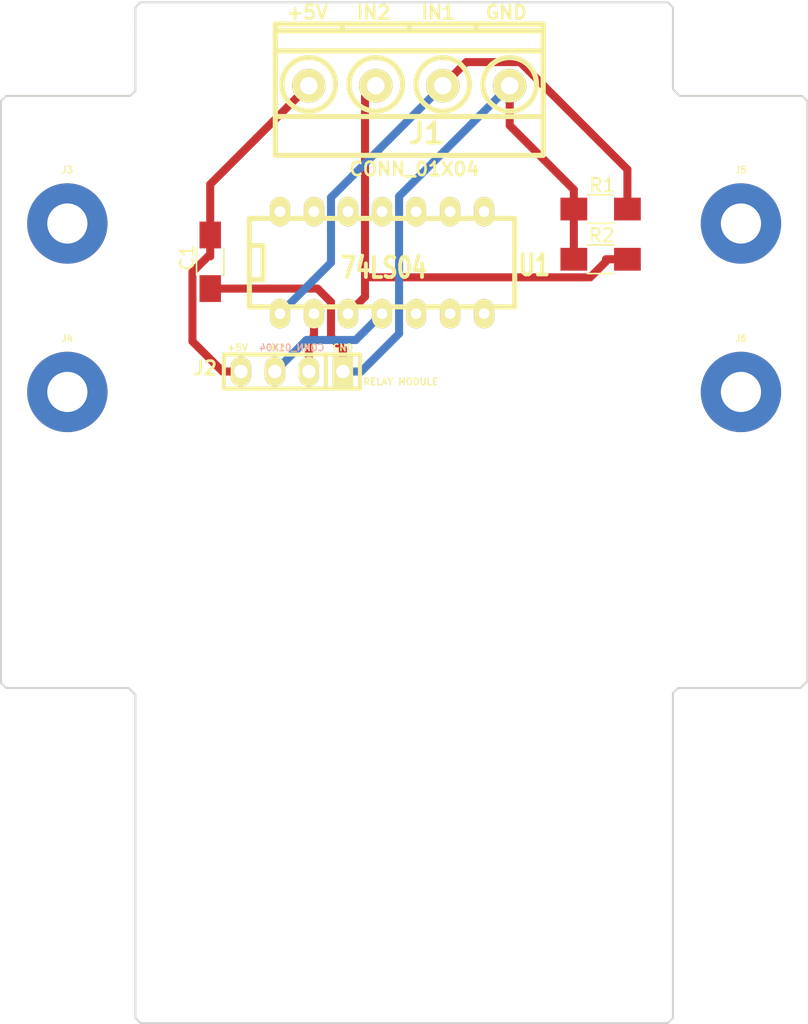
<source format=kicad_pcb>
(kicad_pcb (version 20171130) (host pcbnew "(5.0.0)")

  (general
    (thickness 1.6)
    (drawings 69)
    (tracks 42)
    (zones 0)
    (modules 10)
    (nets 7)
  )

  (page A4)
  (layers
    (0 F.Cu signal)
    (31 B.Cu signal)
    (32 B.Adhes user)
    (33 F.Adhes user)
    (34 B.Paste user)
    (35 F.Paste user)
    (36 B.SilkS user)
    (37 F.SilkS user)
    (38 B.Mask user)
    (39 F.Mask user)
    (40 Dwgs.User user hide)
    (41 Cmts.User user)
    (42 Eco1.User user)
    (43 Eco2.User user)
    (44 Edge.Cuts user)
    (45 Margin user)
    (46 B.CrtYd user)
    (47 F.CrtYd user)
    (48 B.Fab user)
    (49 F.Fab user)
  )

  (setup
    (last_trace_width 0.6)
    (trace_clearance 0.2)
    (zone_clearance 0.508)
    (zone_45_only yes)
    (trace_min 0.2)
    (segment_width 0.2)
    (edge_width 0.15)
    (via_size 0.6)
    (via_drill 0.4)
    (via_min_size 0.4)
    (via_min_drill 0.3)
    (uvia_size 0.3)
    (uvia_drill 0.1)
    (uvias_allowed no)
    (uvia_min_size 0.2)
    (uvia_min_drill 0.1)
    (pcb_text_width 0.3)
    (pcb_text_size 1.5 1.5)
    (mod_edge_width 0.15)
    (mod_text_size 1 1)
    (mod_text_width 0.15)
    (pad_size 1.524 1.524)
    (pad_drill 0.762)
    (pad_to_mask_clearance 0.2)
    (aux_axis_origin 0 0)
    (visible_elements 7FFFFFFF)
    (pcbplotparams
      (layerselection 0x00030_80000001)
      (usegerberextensions false)
      (usegerberattributes false)
      (usegerberadvancedattributes false)
      (creategerberjobfile false)
      (excludeedgelayer true)
      (linewidth 0.100000)
      (plotframeref false)
      (viasonmask false)
      (mode 1)
      (useauxorigin false)
      (hpglpennumber 1)
      (hpglpenspeed 20)
      (hpglpendiameter 15.000000)
      (psnegative false)
      (psa4output false)
      (plotreference true)
      (plotvalue true)
      (plotinvisibletext false)
      (padsonsilk false)
      (subtractmaskfromsilk false)
      (outputformat 1)
      (mirror false)
      (drillshape 1)
      (scaleselection 1)
      (outputdirectory ""))
  )

  (net 0 "")
  (net 1 +5V)
  (net 2 GND)
  (net 3 "Net-(J1-Pad3)")
  (net 4 "Net-(J1-Pad2)")
  (net 5 "Net-(J2-Pad2)")
  (net 6 "Net-(J2-Pad3)")

  (net_class Default "Esta es la clase de red por defecto."
    (clearance 0.2)
    (trace_width 0.6)
    (via_dia 0.6)
    (via_drill 0.4)
    (uvia_dia 0.3)
    (uvia_drill 0.1)
    (add_net +5V)
    (add_net GND)
    (add_net "Net-(J1-Pad2)")
    (add_net "Net-(J1-Pad3)")
    (add_net "Net-(J2-Pad2)")
    (add_net "Net-(J2-Pad3)")
  )

  (module w_pin_strip:pin_socket_4 (layer F.Cu) (tedit 5B3EA476) (tstamp 5B3E7D29)
    (at 130.683 97.917 180)
    (descr "Pin socket 4pin")
    (tags "CONN DEV")
    (path /5B3E4C01)
    (fp_text reference J2 (at 6.477 0.254 180) (layer F.SilkS)
      (effects (font (size 1.016 1.016) (thickness 0.2032)))
    )
    (fp_text value CONN_01X04 (at 0 1.778 180) (layer B.SilkS)
      (effects (font (size 0.5 0.5) (thickness 0.1)) (justify mirror))
    )
    (fp_line (start -2.54 -1.27) (end -2.54 1.27) (layer F.SilkS) (width 0.3048))
    (fp_line (start 5.08 1.27) (end -5.08 1.27) (layer F.SilkS) (width 0.3048))
    (fp_line (start -5.08 -1.27) (end 5.08 -1.27) (layer F.SilkS) (width 0.3048))
    (fp_line (start -5.08 1.27) (end -5.08 -1.27) (layer F.SilkS) (width 0.3048))
    (fp_line (start 5.08 -1.27) (end 5.08 1.27) (layer F.SilkS) (width 0.3048))
    (pad 1 thru_hole rect (at -3.81 0 180) (size 1.524 2.19964) (drill 1.00076) (layers *.Cu *.Mask F.SilkS)
      (net 2 GND))
    (pad 2 thru_hole oval (at -1.27 0 180) (size 1.524 2.19964) (drill 1.00076) (layers *.Cu *.Mask F.SilkS)
      (net 5 "Net-(J2-Pad2)"))
    (pad 3 thru_hole oval (at 1.27 0 180) (size 1.524 2.19964) (drill 1.00076) (layers *.Cu *.Mask F.SilkS)
      (net 6 "Net-(J2-Pad3)"))
    (pad 4 thru_hole oval (at 3.81 0 180) (size 1.524 2.19964) (drill 1.00076) (layers *.Cu *.Mask F.SilkS)
      (net 1 +5V))
    (model walter/pin_strip/pin_socket_4.wrl
      (at (xyz 0 0 0))
      (scale (xyz 1 1 1))
      (rotate (xyz 0 0 0))
    )
  )

  (module Capacitors_SMD:C_1206_HandSoldering (layer F.Cu) (tedit 5B3E8F04) (tstamp 5B3E7D19)
    (at 124.587 89.7255 270)
    (descr "Capacitor SMD 1206, hand soldering")
    (tags "capacitor 1206")
    (path /5B3E4EDC)
    (attr smd)
    (fp_text reference C1 (at -0.3175 1.7145 270) (layer F.SilkS)
      (effects (font (size 1 1) (thickness 0.15)))
    )
    (fp_text value .01uF (at -5.461 0.381 270) (layer F.Fab)
      (effects (font (size 1 1) (thickness 0.15)))
    )
    (fp_text user %R (at 0 -1.75 270) (layer F.Fab)
      (effects (font (size 1 1) (thickness 0.15)))
    )
    (fp_line (start -1.6 0.8) (end -1.6 -0.8) (layer F.Fab) (width 0.1))
    (fp_line (start 1.6 0.8) (end -1.6 0.8) (layer F.Fab) (width 0.1))
    (fp_line (start 1.6 -0.8) (end 1.6 0.8) (layer F.Fab) (width 0.1))
    (fp_line (start -1.6 -0.8) (end 1.6 -0.8) (layer F.Fab) (width 0.1))
    (fp_line (start 1 -1.02) (end -1 -1.02) (layer F.SilkS) (width 0.12))
    (fp_line (start -1 1.02) (end 1 1.02) (layer F.SilkS) (width 0.12))
    (fp_line (start -3.25 -1.05) (end 3.25 -1.05) (layer F.CrtYd) (width 0.05))
    (fp_line (start -3.25 -1.05) (end -3.25 1.05) (layer F.CrtYd) (width 0.05))
    (fp_line (start 3.25 1.05) (end 3.25 -1.05) (layer F.CrtYd) (width 0.05))
    (fp_line (start 3.25 1.05) (end -3.25 1.05) (layer F.CrtYd) (width 0.05))
    (pad 1 smd rect (at -2 0 270) (size 2 1.6) (layers F.Cu F.Paste F.Mask)
      (net 1 +5V))
    (pad 2 smd rect (at 2 0 270) (size 2 1.6) (layers F.Cu F.Paste F.Mask)
      (net 2 GND))
    (model Capacitors_SMD.3dshapes/C_1206.wrl
      (at (xyz 0 0 0))
      (scale (xyz 1 1 1))
      (rotate (xyz 0 0 0))
    )
  )

  (module w_conn_mkds:mkds_1,5-4 (layer F.Cu) (tedit 5B3EA45F) (tstamp 5B3E7D21)
    (at 139.446 76.581 180)
    (descr "4-way 5mm pitch terminal block, Phoenix MKDS series")
    (path /5B3E6306)
    (fp_text reference J1 (at -1.27 -3.556 180) (layer F.SilkS)
      (effects (font (size 1.5 1.5) (thickness 0.3)))
    )
    (fp_text value CONN_01X04 (at -0.381 -6.223 180) (layer F.SilkS)
      (effects (font (size 1 1) (thickness 0.2)))
    )
    (fp_line (start 5 4.1) (end 5 4.6) (layer F.SilkS) (width 0.381))
    (fp_circle (center 7.5 0.1) (end 5.5 0.1) (layer F.SilkS) (width 0.381))
    (fp_circle (center 2.5 0.1) (end 0.5 0.1) (layer F.SilkS) (width 0.381))
    (fp_line (start 0 4.1) (end 0 4.6) (layer F.SilkS) (width 0.381))
    (fp_line (start -5 4.1) (end -5 4.6) (layer F.SilkS) (width 0.381))
    (fp_circle (center -2.5 0.1) (end -4.5 0.1) (layer F.SilkS) (width 0.381))
    (fp_circle (center -7.5 0.1) (end -5.5 0.1) (layer F.SilkS) (width 0.381))
    (fp_line (start -10 2.6) (end 10 2.6) (layer F.SilkS) (width 0.381))
    (fp_line (start -10 -2.3) (end 10 -2.3) (layer F.SilkS) (width 0.381))
    (fp_line (start -10 4.1) (end 10 4.1) (layer F.SilkS) (width 0.381))
    (fp_line (start -10 4.6) (end 10 4.6) (layer F.SilkS) (width 0.381))
    (fp_line (start 10 4.6) (end 10 -5.2) (layer F.SilkS) (width 0.381))
    (fp_line (start 10 -5.2) (end -10 -5.2) (layer F.SilkS) (width 0.381))
    (fp_line (start -10 -5.2) (end -10 4.6) (layer F.SilkS) (width 0.381))
    (pad 4 thru_hole circle (at 7.5 0 180) (size 2.5 2.5) (drill 1.3) (layers *.Cu *.Mask F.SilkS)
      (net 1 +5V))
    (pad 3 thru_hole circle (at 2.5 0 180) (size 2.5 2.5) (drill 1.3) (layers *.Cu *.Mask F.SilkS)
      (net 3 "Net-(J1-Pad3)"))
    (pad 1 thru_hole circle (at -7.5 0 180) (size 2.5 2.5) (drill 1.3) (layers *.Cu *.Mask F.SilkS)
      (net 2 GND))
    (pad 2 thru_hole circle (at -2.5 0 180) (size 2.5 2.5) (drill 1.3) (layers *.Cu *.Mask F.SilkS)
      (net 4 "Net-(J1-Pad2)"))
    (model walter/conn_mkds/mkds_1,5-4.wrl
      (at (xyz 0 0 0))
      (scale (xyz 1 1 1))
      (rotate (xyz 0 0 0))
    )
  )

  (module Resistors_SMD:R_1206_HandSoldering (layer F.Cu) (tedit 5B3E933C) (tstamp 5B3E7D2F)
    (at 153.734 85.7885 180)
    (descr "Resistor SMD 1206, hand soldering")
    (tags "resistor 1206")
    (path /5B3E4DBE)
    (attr smd)
    (fp_text reference R1 (at -0.127 1.778 180) (layer F.SilkS)
      (effects (font (size 1 1) (thickness 0.15)))
    )
    (fp_text value 1k (at -4.1275 0.0635 180) (layer F.Fab)
      (effects (font (size 1 1) (thickness 0.15)))
    )
    (fp_text user %R (at 0 0 180) (layer F.Fab)
      (effects (font (size 0.7 0.7) (thickness 0.105)))
    )
    (fp_line (start -1.6 0.8) (end -1.6 -0.8) (layer F.Fab) (width 0.1))
    (fp_line (start 1.6 0.8) (end -1.6 0.8) (layer F.Fab) (width 0.1))
    (fp_line (start 1.6 -0.8) (end 1.6 0.8) (layer F.Fab) (width 0.1))
    (fp_line (start -1.6 -0.8) (end 1.6 -0.8) (layer F.Fab) (width 0.1))
    (fp_line (start 1 1.07) (end -1 1.07) (layer F.SilkS) (width 0.12))
    (fp_line (start -1 -1.07) (end 1 -1.07) (layer F.SilkS) (width 0.12))
    (fp_line (start -3.25 -1.11) (end 3.25 -1.11) (layer F.CrtYd) (width 0.05))
    (fp_line (start -3.25 -1.11) (end -3.25 1.1) (layer F.CrtYd) (width 0.05))
    (fp_line (start 3.25 1.1) (end 3.25 -1.11) (layer F.CrtYd) (width 0.05))
    (fp_line (start 3.25 1.1) (end -3.25 1.1) (layer F.CrtYd) (width 0.05))
    (pad 1 smd rect (at -2 0 180) (size 2 1.7) (layers F.Cu F.Paste F.Mask)
      (net 4 "Net-(J1-Pad2)"))
    (pad 2 smd rect (at 2 0 180) (size 2 1.7) (layers F.Cu F.Paste F.Mask)
      (net 2 GND))
    (model ${KISYS3DMOD}/Resistors_SMD.3dshapes/R_1206.wrl
      (at (xyz 0 0 0))
      (scale (xyz 1 1 1))
      (rotate (xyz 0 0 0))
    )
  )

  (module Resistors_SMD:R_1206_HandSoldering (layer F.Cu) (tedit 5B3E933F) (tstamp 5B3E7D35)
    (at 153.734 89.535 180)
    (descr "Resistor SMD 1206, hand soldering")
    (tags "resistor 1206")
    (path /5B3E4EA3)
    (attr smd)
    (fp_text reference R2 (at -0.0635 1.778 180) (layer F.SilkS)
      (effects (font (size 1 1) (thickness 0.15)))
    )
    (fp_text value 1k (at -4.1275 0.0635 180) (layer F.Fab)
      (effects (font (size 1 1) (thickness 0.15)))
    )
    (fp_text user %R (at 0 0 180) (layer F.Fab)
      (effects (font (size 0.7 0.7) (thickness 0.105)))
    )
    (fp_line (start -1.6 0.8) (end -1.6 -0.8) (layer F.Fab) (width 0.1))
    (fp_line (start 1.6 0.8) (end -1.6 0.8) (layer F.Fab) (width 0.1))
    (fp_line (start 1.6 -0.8) (end 1.6 0.8) (layer F.Fab) (width 0.1))
    (fp_line (start -1.6 -0.8) (end 1.6 -0.8) (layer F.Fab) (width 0.1))
    (fp_line (start 1 1.07) (end -1 1.07) (layer F.SilkS) (width 0.12))
    (fp_line (start -1 -1.07) (end 1 -1.07) (layer F.SilkS) (width 0.12))
    (fp_line (start -3.25 -1.11) (end 3.25 -1.11) (layer F.CrtYd) (width 0.05))
    (fp_line (start -3.25 -1.11) (end -3.25 1.1) (layer F.CrtYd) (width 0.05))
    (fp_line (start 3.25 1.1) (end 3.25 -1.11) (layer F.CrtYd) (width 0.05))
    (fp_line (start 3.25 1.1) (end -3.25 1.1) (layer F.CrtYd) (width 0.05))
    (pad 1 smd rect (at -2 0 180) (size 2 1.7) (layers F.Cu F.Paste F.Mask)
      (net 3 "Net-(J1-Pad3)"))
    (pad 2 smd rect (at 2 0 180) (size 2 1.7) (layers F.Cu F.Paste F.Mask)
      (net 2 GND))
    (model ${KISYS3DMOD}/Resistors_SMD.3dshapes/R_1206.wrl
      (at (xyz 0 0 0))
      (scale (xyz 1 1 1))
      (rotate (xyz 0 0 0))
    )
  )

  (module w_pth_circuits:dil_14-300 (layer F.Cu) (tedit 5B3E9349) (tstamp 5B3E842A)
    (at 137.414 89.789)
    (descr "IC, DIL14 x 0,3\"")
    (tags DIL)
    (path /5B3E840F)
    (fp_text reference U1 (at 11.3665 0.1905) (layer F.SilkS)
      (effects (font (size 1.524 1.143) (thickness 0.28702)))
    )
    (fp_text value 74LS04 (at 0.127 0.381) (layer F.SilkS)
      (effects (font (size 1.524 1.143) (thickness 0.28702)))
    )
    (fp_line (start -8.89 -1.27) (end -8.89 1.27) (layer F.SilkS) (width 0.381))
    (fp_line (start 9.906 3.302) (end -9.906 3.302) (layer F.SilkS) (width 0.381))
    (fp_line (start -9.906 -3.302) (end 9.906 -3.302) (layer F.SilkS) (width 0.381))
    (fp_line (start -8.89 1.27) (end -9.906 1.27) (layer F.SilkS) (width 0.381))
    (fp_line (start -8.89 -1.27) (end -9.906 -1.27) (layer F.SilkS) (width 0.381))
    (fp_line (start 9.906 -3.302) (end 9.906 3.302) (layer F.SilkS) (width 0.381))
    (fp_line (start -9.906 3.302) (end -9.906 -3.302) (layer F.SilkS) (width 0.381))
    (pad 1 thru_hole oval (at -7.62 3.81) (size 1.50114 2.19964) (drill 0.8001) (layers *.Cu *.Mask F.SilkS)
      (net 4 "Net-(J1-Pad2)"))
    (pad 2 thru_hole oval (at -5.08 3.81) (size 1.50114 2.19964) (drill 0.8001) (layers *.Cu *.Mask F.SilkS)
      (net 5 "Net-(J2-Pad2)"))
    (pad 3 thru_hole oval (at -2.54 3.81) (size 1.50114 2.19964) (drill 0.8001) (layers *.Cu *.Mask F.SilkS)
      (net 3 "Net-(J1-Pad3)"))
    (pad 4 thru_hole oval (at 0 3.81) (size 1.50114 2.19964) (drill 0.8001) (layers *.Cu *.Mask F.SilkS)
      (net 6 "Net-(J2-Pad3)"))
    (pad 5 thru_hole oval (at 2.54 3.81) (size 1.50114 2.19964) (drill 0.8001) (layers *.Cu *.Mask F.SilkS))
    (pad 6 thru_hole oval (at 5.08 3.81) (size 1.50114 2.19964) (drill 0.8001) (layers *.Cu *.Mask F.SilkS))
    (pad 7 thru_hole oval (at 7.62 3.81) (size 1.50114 2.19964) (drill 0.8001) (layers *.Cu *.Mask F.SilkS))
    (pad 8 thru_hole oval (at 7.62 -3.81) (size 1.50114 2.19964) (drill 0.8001) (layers *.Cu *.Mask F.SilkS))
    (pad 9 thru_hole oval (at 5.08 -3.81) (size 1.50114 2.19964) (drill 0.8001) (layers *.Cu *.Mask F.SilkS))
    (pad 10 thru_hole oval (at 2.54 -3.81) (size 1.50114 2.19964) (drill 0.8001) (layers *.Cu *.Mask F.SilkS))
    (pad 11 thru_hole oval (at 0 -3.81) (size 1.50114 2.19964) (drill 0.8001) (layers *.Cu *.Mask F.SilkS))
    (pad 12 thru_hole oval (at -2.54 -3.81) (size 1.50114 2.19964) (drill 0.8001) (layers *.Cu *.Mask F.SilkS))
    (pad 13 thru_hole oval (at -5.08 -3.81) (size 1.50114 2.19964) (drill 0.8001) (layers *.Cu *.Mask F.SilkS))
    (pad 14 thru_hole oval (at -7.62 -3.81) (size 1.50114 2.19964) (drill 0.8001) (layers *.Cu *.Mask F.SilkS))
    (model walter/pth_circuits/dil_14-300.wrl
      (at (xyz 0 0 0))
      (scale (xyz 1 1 1))
      (rotate (xyz 0 0 0))
    )
  )

  (module Mounting_Holes:MountingHole_3mm_Pad (layer F.Cu) (tedit 5B3EA2F7) (tstamp 5B3EA19C)
    (at 113.919 86.868)
    (descr "Mounting Hole 3mm")
    (tags "mounting hole 3mm")
    (path /5B3EA399)
    (attr virtual)
    (fp_text reference J3 (at 0 -4) (layer F.SilkS)
      (effects (font (size 0.5 0.5) (thickness 0.1)))
    )
    (fp_text value CONN_01X01 (at 0 4) (layer F.Fab)
      (effects (font (size 1 1) (thickness 0.15)))
    )
    (fp_text user %R (at 0.3 0) (layer F.Fab)
      (effects (font (size 1 1) (thickness 0.15)))
    )
    (fp_circle (center 0 0) (end 3 0) (layer Cmts.User) (width 0.15))
    (fp_circle (center 0 0) (end 3.25 0) (layer F.CrtYd) (width 0.05))
    (pad 1 thru_hole circle (at 0 0) (size 6 6) (drill 3) (layers *.Cu *.Mask))
  )

  (module Mounting_Holes:MountingHole_3mm_Pad (layer F.Cu) (tedit 5B3EA302) (tstamp 5B3EA1A0)
    (at 113.919 99.441)
    (descr "Mounting Hole 3mm")
    (tags "mounting hole 3mm")
    (path /5B3EA3CE)
    (attr virtual)
    (fp_text reference J4 (at 0 -4) (layer F.SilkS)
      (effects (font (size 0.5 0.5) (thickness 0.1)))
    )
    (fp_text value CONN_01X01 (at 0 4) (layer F.Fab)
      (effects (font (size 1 1) (thickness 0.15)))
    )
    (fp_text user %R (at 0.3 0) (layer F.Fab)
      (effects (font (size 1 1) (thickness 0.15)))
    )
    (fp_circle (center 0 0) (end 3 0) (layer Cmts.User) (width 0.15))
    (fp_circle (center 0 0) (end 3.25 0) (layer F.CrtYd) (width 0.05))
    (pad 1 thru_hole circle (at 0 0) (size 6 6) (drill 3) (layers *.Cu *.Mask))
  )

  (module Mounting_Holes:MountingHole_3mm_Pad (layer F.Cu) (tedit 5B3EA30D) (tstamp 5B3EA1A4)
    (at 164.211 86.868)
    (descr "Mounting Hole 3mm")
    (tags "mounting hole 3mm")
    (path /5B3EA401)
    (attr virtual)
    (fp_text reference J5 (at 0 -4) (layer F.SilkS)
      (effects (font (size 0.5 0.5) (thickness 0.1)))
    )
    (fp_text value CONN_01X01 (at 0 4) (layer F.Fab)
      (effects (font (size 1 1) (thickness 0.15)))
    )
    (fp_text user %R (at 0.3 0) (layer F.Fab)
      (effects (font (size 1 1) (thickness 0.15)))
    )
    (fp_circle (center 0 0) (end 3 0) (layer Cmts.User) (width 0.15))
    (fp_circle (center 0 0) (end 3.25 0) (layer F.CrtYd) (width 0.05))
    (pad 1 thru_hole circle (at 0 0) (size 6 6) (drill 3) (layers *.Cu *.Mask))
  )

  (module Mounting_Holes:MountingHole_3mm_Pad (layer F.Cu) (tedit 5B3EA31C) (tstamp 5B3EA1A8)
    (at 164.211 99.441)
    (descr "Mounting Hole 3mm")
    (tags "mounting hole 3mm")
    (path /5B3EA440)
    (attr virtual)
    (fp_text reference J6 (at 0 -4) (layer F.SilkS)
      (effects (font (size 0.5 0.5) (thickness 0.1)))
    )
    (fp_text value CONN_01X01 (at 0 4) (layer F.Fab)
      (effects (font (size 1 1) (thickness 0.15)))
    )
    (fp_text user %R (at 0.3 0) (layer F.Fab)
      (effects (font (size 1 1) (thickness 0.15)))
    )
    (fp_circle (center 0 0) (end 3 0) (layer Cmts.User) (width 0.15))
    (fp_circle (center 0 0) (end 3.25 0) (layer F.CrtYd) (width 0.05))
    (pad 1 thru_hole circle (at 0 0) (size 6 6) (drill 3) (layers *.Cu *.Mask))
  )

  (gr_text "RELAY MODULE" (at 138.811 98.679) (layer F.SilkS)
    (effects (font (size 0.5 0.5) (thickness 0.1)))
  )
  (gr_line (start 182.626 86.868) (end 69.723 86.868) (angle 90) (layer Dwgs.User) (width 0.2))
  (dimension 12.573 (width 0.3) (layer Dwgs.User)
    (gr_text 12.573mm (at 192.104 93.1545 90) (layer Dwgs.User)
      (effects (font (size 1.5 1.5) (thickness 0.3)))
    )
    (feature1 (pts (xy 182.499 86.868) (xy 193.454 86.868)))
    (feature2 (pts (xy 182.499 99.441) (xy 193.454 99.441)))
    (crossbar (pts (xy 190.754 99.441) (xy 190.754 86.868)))
    (arrow1a (pts (xy 190.754 86.868) (xy 191.340421 87.994504)))
    (arrow1b (pts (xy 190.754 86.868) (xy 190.167579 87.994504)))
    (arrow2a (pts (xy 190.754 99.441) (xy 191.340421 98.314496)))
    (arrow2b (pts (xy 190.754 99.441) (xy 190.167579 98.314496)))
  )
  (gr_line (start 164.211 121.539) (end 164.211 46.355) (angle 90) (layer Dwgs.User) (width 0.2))
  (gr_line (start 113.919 121.539) (end 113.919 46.736) (angle 90) (layer Dwgs.User) (width 0.2))
  (dimension 5.08 (width 0.3) (layer Dwgs.User)
    (gr_text 5.080mm (at 116.459 125.429) (layer Dwgs.User)
      (effects (font (size 1.5 1.5) (thickness 0.3)))
    )
    (feature1 (pts (xy 113.919 121.539) (xy 113.919 126.779)))
    (feature2 (pts (xy 118.999 121.539) (xy 118.999 126.779)))
    (crossbar (pts (xy 118.999 124.079) (xy 113.919 124.079)))
    (arrow1a (pts (xy 113.919 124.079) (xy 115.045504 123.492579)))
    (arrow1b (pts (xy 113.919 124.079) (xy 115.045504 124.665421)))
    (arrow2a (pts (xy 118.999 124.079) (xy 117.872496 123.492579)))
    (arrow2b (pts (xy 118.999 124.079) (xy 117.872496 124.665421)))
  )
  (dimension 5.08 (width 0.3) (layer Dwgs.User)
    (gr_text 5.080mm (at 161.671 127.969) (layer Dwgs.User)
      (effects (font (size 1.5 1.5) (thickness 0.3)))
    )
    (feature1 (pts (xy 164.211 121.539) (xy 164.211 129.319)))
    (feature2 (pts (xy 159.131 121.539) (xy 159.131 129.319)))
    (crossbar (pts (xy 159.131 126.619) (xy 164.211 126.619)))
    (arrow1a (pts (xy 164.211 126.619) (xy 163.084496 127.205421)))
    (arrow1b (pts (xy 164.211 126.619) (xy 163.084496 126.032579)))
    (arrow2a (pts (xy 159.131 126.619) (xy 160.257504 127.205421)))
    (arrow2b (pts (xy 159.131 126.619) (xy 160.257504 126.032579)))
  )
  (gr_line (start 159.131 76.835) (end 159.131 72.009) (angle 90) (layer Edge.Cuts) (width 0.15))
  (gr_line (start 168.783 77.343) (end 159.639 77.343) (angle 90) (layer Edge.Cuts) (width 0.15))
  (gr_line (start 169.164 121.031) (end 169.164 77.724) (angle 90) (layer Edge.Cuts) (width 0.15))
  (gr_line (start 159.512 121.539) (end 168.656 121.539) (angle 90) (layer Edge.Cuts) (width 0.15))
  (gr_line (start 159.131 146.177) (end 159.131 121.92) (angle 90) (layer Edge.Cuts) (width 0.15))
  (gr_line (start 119.38 146.558) (end 158.75 146.558) (angle 90) (layer Edge.Cuts) (width 0.15))
  (gr_line (start 118.999 122.047) (end 118.999 146.177) (angle 90) (layer Edge.Cuts) (width 0.15))
  (gr_line (start 109.347 121.539) (end 118.491 121.539) (angle 90) (layer Edge.Cuts) (width 0.15))
  (gr_line (start 108.966 121.158) (end 108.966 99.441) (angle 90) (layer Edge.Cuts) (width 0.15))
  (gr_line (start 159.639 77.343) (end 159.131 76.835) (angle 90) (layer Edge.Cuts) (width 0.15))
  (gr_line (start 169.164 77.724) (end 168.783 77.343) (angle 90) (layer Edge.Cuts) (width 0.15))
  (gr_line (start 168.656 121.539) (end 169.164 121.031) (angle 90) (layer Edge.Cuts) (width 0.15))
  (gr_line (start 159.131 121.92) (end 159.512 121.539) (angle 90) (layer Edge.Cuts) (width 0.15))
  (gr_line (start 158.75 146.558) (end 159.131 146.177) (angle 90) (layer Edge.Cuts) (width 0.15))
  (gr_line (start 119.38 146.558) (end 118.999 146.177) (angle 90) (layer Edge.Cuts) (width 0.15))
  (gr_line (start 118.491 121.539) (end 118.999 122.047) (angle 90) (layer Edge.Cuts) (width 0.15))
  (gr_line (start 109.347 121.539) (end 108.966 121.158) (angle 90) (layer Edge.Cuts) (width 0.15))
  (gr_line (start 108.966 99.441) (end 108.966 77.724) (angle 90) (layer Edge.Cuts) (width 0.15))
  (gr_line (start 118.999 76.962) (end 118.999 72.009) (angle 90) (layer Edge.Cuts) (width 0.15))
  (gr_line (start 118.618 77.343) (end 118.999 76.962) (angle 90) (layer Edge.Cuts) (width 0.15))
  (gr_line (start 109.347 77.343) (end 118.618 77.343) (angle 90) (layer Edge.Cuts) (width 0.15))
  (gr_line (start 108.966 77.724) (end 109.347 77.343) (angle 90) (layer Edge.Cuts) (width 0.15))
  (gr_line (start 158.75 70.358) (end 139.192 70.358) (angle 90) (layer Edge.Cuts) (width 0.15))
  (gr_line (start 159.131 72.009) (end 159.131 70.739) (angle 90) (layer Edge.Cuts) (width 0.15))
  (gr_line (start 158.75 70.358) (end 159.131 70.739) (angle 90) (layer Edge.Cuts) (width 0.15))
  (gr_line (start 139.192 70.358) (end 119.38 70.358) (angle 90) (layer Edge.Cuts) (width 0.15))
  (gr_line (start 118.999 72.009) (end 118.999 70.739) (angle 90) (layer Edge.Cuts) (width 0.15))
  (gr_line (start 118.999 70.739) (end 119.38 70.358) (angle 90) (layer Edge.Cuts) (width 0.15))
  (dimension 22.098 (width 0.3) (layer Dwgs.User)
    (gr_text 22.098mm (at 107.743 110.49 270) (layer Dwgs.User)
      (effects (font (size 1.5 1.5) (thickness 0.3)))
    )
    (feature1 (pts (xy 118.999 121.539) (xy 106.393 121.539)))
    (feature2 (pts (xy 118.999 99.441) (xy 106.393 99.441)))
    (crossbar (pts (xy 109.093 99.441) (xy 109.093 121.539)))
    (arrow1a (pts (xy 109.093 121.539) (xy 108.506579 120.412496)))
    (arrow1b (pts (xy 109.093 121.539) (xy 109.679421 120.412496)))
    (arrow2a (pts (xy 109.093 99.441) (xy 108.506579 100.567504)))
    (arrow2b (pts (xy 109.093 99.441) (xy 109.679421 100.567504)))
  )
  (dimension 22.098 (width 0.3) (layer Dwgs.User)
    (gr_text 22.098mm (at 107.616 88.392 90) (layer Dwgs.User)
      (effects (font (size 1.5 1.5) (thickness 0.3)))
    )
    (feature1 (pts (xy 118.999 77.343) (xy 106.266 77.343)))
    (feature2 (pts (xy 118.999 99.441) (xy 106.266 99.441)))
    (crossbar (pts (xy 108.966 99.441) (xy 108.966 77.343)))
    (arrow1a (pts (xy 108.966 77.343) (xy 109.552421 78.469504)))
    (arrow1b (pts (xy 108.966 77.343) (xy 108.379579 78.469504)))
    (arrow2a (pts (xy 108.966 99.441) (xy 109.552421 98.314496)))
    (arrow2b (pts (xy 108.966 99.441) (xy 108.379579 98.314496)))
  )
  (dimension 10.033 (width 0.3) (layer Dwgs.User)
    (gr_text 10.033mm (at 113.9825 100.791) (layer Dwgs.User)
      (effects (font (size 1.5 1.5) (thickness 0.3)))
    )
    (feature1 (pts (xy 108.966 99.441) (xy 108.966 102.141)))
    (feature2 (pts (xy 118.999 99.441) (xy 118.999 102.141)))
    (crossbar (pts (xy 118.999 99.441) (xy 108.966 99.441)))
    (arrow1a (pts (xy 108.966 99.441) (xy 110.092504 98.854579)))
    (arrow1b (pts (xy 108.966 99.441) (xy 110.092504 100.027421)))
    (arrow2a (pts (xy 118.999 99.441) (xy 117.872496 98.854579)))
    (arrow2b (pts (xy 118.999 99.441) (xy 117.872496 100.027421)))
  )
  (dimension 22.098 (width 0.3) (layer Dwgs.User)
    (gr_text 22.098mm (at 183.849 110.49 270) (layer Dwgs.User)
      (effects (font (size 1.5 1.5) (thickness 0.3)))
    )
    (feature1 (pts (xy 159.131 121.539) (xy 185.199 121.539)))
    (feature2 (pts (xy 159.131 99.441) (xy 185.199 99.441)))
    (crossbar (pts (xy 182.499 99.441) (xy 182.499 121.539)))
    (arrow1a (pts (xy 182.499 121.539) (xy 181.912579 120.412496)))
    (arrow1b (pts (xy 182.499 121.539) (xy 183.085421 120.412496)))
    (arrow2a (pts (xy 182.499 99.441) (xy 181.912579 100.567504)))
    (arrow2b (pts (xy 182.499 99.441) (xy 183.085421 100.567504)))
  )
  (dimension 22.098 (width 0.3) (layer Dwgs.User)
    (gr_text 22.098mm (at 183.976 88.392 90) (layer Dwgs.User)
      (effects (font (size 1.5 1.5) (thickness 0.3)))
    )
    (feature1 (pts (xy 159.131 77.343) (xy 185.326 77.343)))
    (feature2 (pts (xy 159.131 99.441) (xy 185.326 99.441)))
    (crossbar (pts (xy 182.626 99.441) (xy 182.626 77.343)))
    (arrow1a (pts (xy 182.626 77.343) (xy 183.212421 78.469504)))
    (arrow1b (pts (xy 182.626 77.343) (xy 182.039579 78.469504)))
    (arrow2a (pts (xy 182.626 99.441) (xy 183.212421 98.314496)))
    (arrow2b (pts (xy 182.626 99.441) (xy 182.039579 98.314496)))
  )
  (dimension 10.033 (width 0.3) (layer Dwgs.User)
    (gr_text 10.033mm (at 164.1475 98.091) (layer Dwgs.User)
      (effects (font (size 1.5 1.5) (thickness 0.3)))
    )
    (feature1 (pts (xy 169.164 99.441) (xy 169.164 96.741)))
    (feature2 (pts (xy 159.131 99.441) (xy 159.131 96.741)))
    (crossbar (pts (xy 159.131 99.441) (xy 169.164 99.441)))
    (arrow1a (pts (xy 169.164 99.441) (xy 168.037496 100.027421)))
    (arrow1b (pts (xy 169.164 99.441) (xy 168.037496 98.854579)))
    (arrow2a (pts (xy 159.131 99.441) (xy 160.257504 100.027421)))
    (arrow2b (pts (xy 159.131 99.441) (xy 160.257504 98.854579)))
  )
  (dimension 10.033 (width 0.3) (layer Dwgs.User)
    (gr_text 10.033mm (at 113.9825 62.023) (layer Dwgs.User)
      (effects (font (size 1.5 1.5) (thickness 0.3)))
    )
    (feature1 (pts (xy 108.966 70.358) (xy 108.966 60.673)))
    (feature2 (pts (xy 118.999 70.358) (xy 118.999 60.673)))
    (crossbar (pts (xy 118.999 63.373) (xy 108.966 63.373)))
    (arrow1a (pts (xy 108.966 63.373) (xy 110.092504 62.786579)))
    (arrow1b (pts (xy 108.966 63.373) (xy 110.092504 63.959421)))
    (arrow2a (pts (xy 118.999 63.373) (xy 117.872496 62.786579)))
    (arrow2b (pts (xy 118.999 63.373) (xy 117.872496 63.959421)))
  )
  (gr_text GND (at 134.493 96.139) (layer F.SilkS)
    (effects (font (size 0.5 0.5) (thickness 0.1)))
  )
  (gr_text IN1 (at 131.953 96.139) (layer F.SilkS)
    (effects (font (size 0.5 0.5) (thickness 0.1)))
  )
  (gr_text IN2 (at 129.54 96.139) (layer F.SilkS)
    (effects (font (size 0.5 0.5) (thickness 0.1)))
  )
  (gr_text +5V (at 126.619 96.139) (layer F.SilkS)
    (effects (font (size 0.5 0.5) (thickness 0.1)))
  )
  (gr_text GND (at 146.685 71.12) (layer F.SilkS)
    (effects (font (size 1 1) (thickness 0.2)))
  )
  (gr_text IN1 (at 141.605 71.12) (layer F.SilkS)
    (effects (font (size 1 1) (thickness 0.2)))
  )
  (gr_text IN2 (at 136.779 71.12) (layer F.SilkS)
    (effects (font (size 1 1) (thickness 0.2)))
  )
  (gr_text +5V (at 131.826 71.12) (layer F.SilkS)
    (effects (font (size 1 1) (thickness 0.2)))
  )
  (dimension 20.5105 (width 0.3) (layer Dwgs.User)
    (gr_text 20.511mm (at 129.25425 45.9575) (layer Dwgs.User)
      (effects (font (size 1.5 1.5) (thickness 0.3)))
    )
    (feature1 (pts (xy 139.5095 72.0725) (xy 139.5095 44.6075)))
    (feature2 (pts (xy 118.999 72.0725) (xy 118.999 44.6075)))
    (crossbar (pts (xy 118.999 47.3075) (xy 139.5095 47.3075)))
    (arrow1a (pts (xy 139.5095 47.3075) (xy 138.382996 47.893921)))
    (arrow1b (pts (xy 139.5095 47.3075) (xy 138.382996 46.721079)))
    (arrow2a (pts (xy 118.999 47.3075) (xy 120.125504 47.893921)))
    (arrow2b (pts (xy 118.999 47.3075) (xy 120.125504 46.721079)))
  )
  (dimension 40.132 (width 0.3) (layer Dwgs.User)
    (gr_text 40.132mm (at 139.065 39.417) (layer Dwgs.User)
      (effects (font (size 1.5 1.5) (thickness 0.3)))
    )
    (feature1 (pts (xy 159.131 72.009) (xy 159.131 38.067)))
    (feature2 (pts (xy 118.999 72.009) (xy 118.999 38.067)))
    (crossbar (pts (xy 118.999 40.767) (xy 159.131 40.767)))
    (arrow1a (pts (xy 159.131 40.767) (xy 158.004496 41.353421)))
    (arrow1b (pts (xy 159.131 40.767) (xy 158.004496 40.180579)))
    (arrow2a (pts (xy 118.999 40.767) (xy 120.125504 41.353421)))
    (arrow2b (pts (xy 118.999 40.767) (xy 120.125504 40.180579)))
  )
  (gr_line (start 156.083 146.558) (end 156.083 51.435) (angle 90) (layer Dwgs.User) (width 0.2))
  (dimension 3.048 (width 0.3) (layer Dwgs.User)
    (gr_text 3.048mm (at 157.607 155.909) (layer Dwgs.User)
      (effects (font (size 1.5 1.5) (thickness 0.3)))
    )
    (feature1 (pts (xy 156.083 146.558) (xy 156.083 157.259)))
    (feature2 (pts (xy 159.131 146.558) (xy 159.131 157.259)))
    (crossbar (pts (xy 159.131 154.559) (xy 156.083 154.559)))
    (arrow1a (pts (xy 156.083 154.559) (xy 157.209504 153.972579)))
    (arrow1b (pts (xy 156.083 154.559) (xy 157.209504 155.145421)))
    (arrow2a (pts (xy 159.131 154.559) (xy 158.004496 153.972579)))
    (arrow2b (pts (xy 159.131 154.559) (xy 158.004496 155.145421)))
  )
  (gr_line (start 122.047 146.558) (end 122.047 52.832) (angle 90) (layer Dwgs.User) (width 0.2))
  (gr_line (start 118.872 143.51) (end 167.259 143.51) (angle 90) (layer Dwgs.User) (width 0.2))
  (dimension 3.048 (width 0.3) (layer Dwgs.User)
    (gr_text 3.048mm (at 120.523 154.512) (layer Dwgs.User)
      (effects (font (size 1.5 1.5) (thickness 0.3)))
    )
    (feature1 (pts (xy 122.047 146.558) (xy 122.047 155.862)))
    (feature2 (pts (xy 118.999 146.558) (xy 118.999 155.862)))
    (crossbar (pts (xy 118.999 153.162) (xy 122.047 153.162)))
    (arrow1a (pts (xy 122.047 153.162) (xy 120.920496 153.748421)))
    (arrow1b (pts (xy 122.047 153.162) (xy 120.920496 152.575579)))
    (arrow2a (pts (xy 118.999 153.162) (xy 120.125504 153.748421)))
    (arrow2b (pts (xy 118.999 153.162) (xy 120.125504 152.575579)))
  )
  (dimension 3.048 (width 0.3) (layer Dwgs.User)
    (gr_text 3.048mm (at 109.394 145.034 90) (layer Dwgs.User)
      (effects (font (size 1.5 1.5) (thickness 0.3)))
    )
    (feature1 (pts (xy 118.999 143.51) (xy 108.044 143.51)))
    (feature2 (pts (xy 118.999 146.558) (xy 108.044 146.558)))
    (crossbar (pts (xy 110.744 146.558) (xy 110.744 143.51)))
    (arrow1a (pts (xy 110.744 143.51) (xy 111.330421 144.636504)))
    (arrow1b (pts (xy 110.744 143.51) (xy 110.157579 144.636504)))
    (arrow2a (pts (xy 110.744 146.558) (xy 111.330421 145.431496)))
    (arrow2b (pts (xy 110.744 146.558) (xy 110.157579 145.431496)))
  )
  (dimension 40.132 (width 0.3) (layer Dwgs.User)
    (gr_text 40.132mm (at 139.065 166.196) (layer Dwgs.User)
      (effects (font (size 1.5 1.5) (thickness 0.3)))
    )
    (feature1 (pts (xy 159.131 99.441) (xy 159.131 167.546)))
    (feature2 (pts (xy 118.999 99.441) (xy 118.999 167.546)))
    (crossbar (pts (xy 118.999 164.846) (xy 159.131 164.846)))
    (arrow1a (pts (xy 159.131 164.846) (xy 158.004496 165.432421)))
    (arrow1b (pts (xy 159.131 164.846) (xy 158.004496 164.259579)))
    (arrow2a (pts (xy 118.999 164.846) (xy 120.125504 165.432421)))
    (arrow2b (pts (xy 118.999 164.846) (xy 120.125504 164.259579)))
  )
  (dimension 47.117 (width 0.3) (layer Dwgs.User)
    (gr_text 47.117mm (at 69.516 122.9995 270) (layer Dwgs.User)
      (effects (font (size 1.5 1.5) (thickness 0.3)))
    )
    (feature1 (pts (xy 118.999 146.558) (xy 68.166 146.558)))
    (feature2 (pts (xy 118.999 99.441) (xy 68.166 99.441)))
    (crossbar (pts (xy 70.866 99.441) (xy 70.866 146.558)))
    (arrow1a (pts (xy 70.866 146.558) (xy 70.279579 145.431496)))
    (arrow1b (pts (xy 70.866 146.558) (xy 71.452421 145.431496)))
    (arrow2a (pts (xy 70.866 99.441) (xy 70.279579 100.567504)))
    (arrow2b (pts (xy 70.866 99.441) (xy 71.452421 100.567504)))
  )
  (dimension 20.066 (width 0.3) (layer Dwgs.User)
    (gr_text 20.066mm (at 129.032 125.556) (layer Dwgs.User)
      (effects (font (size 1.5 1.5) (thickness 0.3)))
    )
    (feature1 (pts (xy 118.999 101.6) (xy 118.999 126.906)))
    (feature2 (pts (xy 139.065 101.6) (xy 139.065 126.906)))
    (crossbar (pts (xy 139.065 124.206) (xy 118.999 124.206)))
    (arrow1a (pts (xy 118.999 124.206) (xy 120.125504 123.619579)))
    (arrow1b (pts (xy 118.999 124.206) (xy 120.125504 124.792421)))
    (arrow2a (pts (xy 139.065 124.206) (xy 137.938496 123.619579)))
    (arrow2b (pts (xy 139.065 124.206) (xy 137.938496 124.792421)))
  )
  (dimension 20.066 (width 0.3) (layer Dwgs.User)
    (gr_text 20.066mm (at 149.098 125.556) (layer Dwgs.User)
      (effects (font (size 1.5 1.5) (thickness 0.3)))
    )
    (feature1 (pts (xy 159.131 101.6) (xy 159.131 126.906)))
    (feature2 (pts (xy 139.065 101.6) (xy 139.065 126.906)))
    (crossbar (pts (xy 139.065 124.206) (xy 159.131 124.206)))
    (arrow1a (pts (xy 159.131 124.206) (xy 158.004496 124.792421)))
    (arrow1b (pts (xy 159.131 124.206) (xy 158.004496 123.619579)))
    (arrow2a (pts (xy 139.065 124.206) (xy 140.191504 124.792421)))
    (arrow2b (pts (xy 139.065 124.206) (xy 140.191504 123.619579)))
  )
  (dimension 3.048 (width 0.3) (layer Dwgs.User)
    (gr_text 3.048mm (at 137.541 117.809) (layer Dwgs.User)
      (effects (font (size 1.5 1.5) (thickness 0.3)))
    )
    (feature1 (pts (xy 139.065 100.076) (xy 139.065 119.159)))
    (feature2 (pts (xy 136.017 100.076) (xy 136.017 119.159)))
    (crossbar (pts (xy 136.017 116.459) (xy 139.065 116.459)))
    (arrow1a (pts (xy 139.065 116.459) (xy 137.938496 117.045421)))
    (arrow1b (pts (xy 139.065 116.459) (xy 137.938496 115.872579)))
    (arrow2a (pts (xy 136.017 116.459) (xy 137.143504 117.045421)))
    (arrow2b (pts (xy 136.017 116.459) (xy 137.143504 115.872579)))
  )
  (gr_line (start 136.017 99.441) (end 136.017 64.389) (angle 90) (layer Dwgs.User) (width 0.2))
  (dimension 21.082 (width 0.3) (layer Dwgs.User)
    (gr_text 21.082mm (at 125.476 107.395) (layer Dwgs.User)
      (effects (font (size 1.5 1.5) (thickness 0.3)))
    )
    (feature1 (pts (xy 114.935 100.203) (xy 114.935 108.745)))
    (feature2 (pts (xy 136.017 100.203) (xy 136.017 108.745)))
    (crossbar (pts (xy 136.017 106.045) (xy 114.935 106.045)))
    (arrow1a (pts (xy 114.935 106.045) (xy 116.061504 105.458579)))
    (arrow1b (pts (xy 114.935 106.045) (xy 116.061504 106.631421)))
    (arrow2a (pts (xy 136.017 106.045) (xy 134.890496 105.458579)))
    (arrow2b (pts (xy 136.017 106.045) (xy 134.890496 106.631421)))
  )
  (dimension 21.082 (width 0.3) (layer Dwgs.User)
    (gr_text 21.082mm (at 146.558 107.395) (layer Dwgs.User)
      (effects (font (size 1.5 1.5) (thickness 0.3)))
    )
    (feature1 (pts (xy 157.099 100.203) (xy 157.099 108.745)))
    (feature2 (pts (xy 136.017 100.203) (xy 136.017 108.745)))
    (crossbar (pts (xy 136.017 106.045) (xy 157.099 106.045)))
    (arrow1a (pts (xy 157.099 106.045) (xy 155.972496 106.631421)))
    (arrow1b (pts (xy 157.099 106.045) (xy 155.972496 105.458579)))
    (arrow2a (pts (xy 136.017 106.045) (xy 137.143504 106.631421)))
    (arrow2b (pts (xy 136.017 106.045) (xy 137.143504 105.458579)))
  )
  (gr_line (start 98.171 99.441) (end 157.607 99.441) (angle 90) (layer Dwgs.User) (width 0.2))
  (gr_line (start 98.171 94.361) (end 157.607 94.361) (angle 90) (layer Dwgs.User) (width 0.2))
  (dimension 5.08 (width 0.3) (layer Dwgs.User)
    (gr_text 5.080mm (at 96.821 96.901 90) (layer Dwgs.User)
      (effects (font (size 1.5 1.5) (thickness 0.3)))
    )
    (feature1 (pts (xy 113.919 94.361) (xy 95.471 94.361)))
    (feature2 (pts (xy 113.919 99.441) (xy 95.471 99.441)))
    (crossbar (pts (xy 98.171 99.441) (xy 98.171 94.361)))
    (arrow1a (pts (xy 98.171 94.361) (xy 98.757421 95.487504)))
    (arrow1b (pts (xy 98.171 94.361) (xy 97.584579 95.487504)))
    (arrow2a (pts (xy 98.171 99.441) (xy 98.757421 98.314496)))
    (arrow2b (pts (xy 98.171 99.441) (xy 97.584579 98.314496)))
  )

  (segment (start 124.587 87.7255) (end 124.587 89.3255) (width 0.6) (layer F.Cu) (net 1))
  (segment (start 124.587 89.3255) (end 124.4212 89.3255) (width 0.6) (layer F.Cu) (net 1))
  (segment (start 124.4212 89.3255) (end 123.2614 90.4853) (width 0.6) (layer F.Cu) (net 1))
  (segment (start 123.2614 90.4853) (end 123.2614 95.6674) (width 0.6) (layer F.Cu) (net 1))
  (segment (start 123.2614 95.6674) (end 125.511 97.917) (width 0.6) (layer F.Cu) (net 1))
  (segment (start 131.946 76.581) (end 124.587 83.94) (width 0.6) (layer F.Cu) (net 1))
  (segment (start 124.587 83.94) (end 124.587 87.7255) (width 0.6) (layer F.Cu) (net 1))
  (segment (start 126.873 97.917) (end 125.511 97.917) (width 0.6) (layer F.Cu) (net 1))
  (segment (start 134.493 97.917) (end 134.493 96.2172) (width 0.6) (layer F.Cu) (net 2))
  (segment (start 134.493 96.2172) (end 133.604 95.3282) (width 0.6) (layer F.Cu) (net 2))
  (segment (start 133.604 95.3282) (end 133.604 92.7315) (width 0.6) (layer F.Cu) (net 2))
  (segment (start 133.604 92.7315) (end 132.598 91.7255) (width 0.6) (layer F.Cu) (net 2))
  (segment (start 132.598 91.7255) (end 124.587 91.7255) (width 0.6) (layer F.Cu) (net 2))
  (segment (start 134.493 97.917) (end 135.855 97.917) (width 0.6) (layer B.Cu) (net 2))
  (segment (start 146.946 76.581) (end 138.684 84.843) (width 0.6) (layer B.Cu) (net 2))
  (segment (start 138.684 84.843) (end 138.684 95.088) (width 0.6) (layer B.Cu) (net 2))
  (segment (start 138.684 95.088) (end 135.855 97.917) (width 0.6) (layer B.Cu) (net 2))
  (segment (start 151.734 85.7885) (end 151.734 84.3385) (width 0.6) (layer F.Cu) (net 2))
  (segment (start 151.734 84.3385) (end 146.946 79.5505) (width 0.6) (layer F.Cu) (net 2))
  (segment (start 146.946 79.5505) (end 146.946 76.581) (width 0.6) (layer F.Cu) (net 2))
  (segment (start 151.734 89.535) (end 151.734 85.7885) (width 0.6) (layer F.Cu) (net 2))
  (segment (start 136.144 90.8854) (end 136.144 77.383) (width 0.6) (layer F.Cu) (net 3))
  (segment (start 136.144 77.383) (end 136.946 76.581) (width 0.6) (layer F.Cu) (net 3))
  (segment (start 134.874 93.599) (end 136.144 92.329) (width 0.6) (layer F.Cu) (net 3))
  (segment (start 136.144 92.329) (end 136.144 90.8854) (width 0.6) (layer F.Cu) (net 3))
  (segment (start 154.134 89.535) (end 154.134 89.7039) (width 0.6) (layer F.Cu) (net 3))
  (segment (start 154.134 89.7039) (end 152.9525 90.8854) (width 0.6) (layer F.Cu) (net 3))
  (segment (start 152.9525 90.8854) (end 136.144 90.8854) (width 0.6) (layer F.Cu) (net 3))
  (segment (start 155.734 89.535) (end 154.134 89.535) (width 0.6) (layer F.Cu) (net 3))
  (segment (start 155.734 85.7885) (end 155.734 82.8303) (width 0.6) (layer F.Cu) (net 4))
  (segment (start 155.734 82.8303) (end 147.7226 74.8189) (width 0.6) (layer F.Cu) (net 4))
  (segment (start 147.7226 74.8189) (end 143.7081 74.8189) (width 0.6) (layer F.Cu) (net 4))
  (segment (start 143.7081 74.8189) (end 141.946 76.581) (width 0.6) (layer F.Cu) (net 4))
  (segment (start 129.794 93.599) (end 133.604 89.789) (width 0.6) (layer B.Cu) (net 4))
  (segment (start 133.604 89.789) (end 133.604 84.923) (width 0.6) (layer B.Cu) (net 4))
  (segment (start 133.604 84.923) (end 141.946 76.581) (width 0.6) (layer B.Cu) (net 4))
  (segment (start 132.334 93.599) (end 132.334 95.2989) (width 0.6) (layer F.Cu) (net 5))
  (segment (start 132.334 95.2989) (end 131.953 95.6799) (width 0.6) (layer F.Cu) (net 5))
  (segment (start 131.953 95.6799) (end 131.953 97.917) (width 0.6) (layer F.Cu) (net 5))
  (segment (start 137.414 93.599) (end 135.4479 95.5651) (width 0.6) (layer B.Cu) (net 6))
  (segment (start 135.4479 95.5651) (end 131.7649 95.5651) (width 0.6) (layer B.Cu) (net 6))
  (segment (start 131.7649 95.5651) (end 129.413 97.917) (width 0.6) (layer B.Cu) (net 6))

)

</source>
